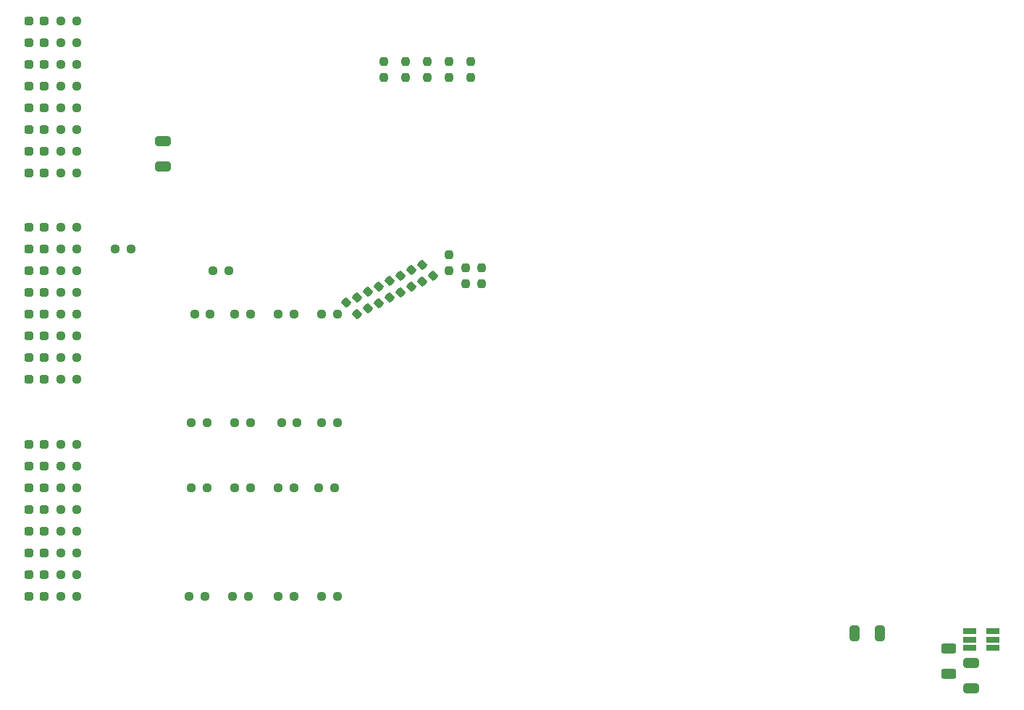
<source format=gbr>
%TF.GenerationSoftware,KiCad,Pcbnew,7.0.5*%
%TF.CreationDate,2024-08-12T05:07:02-04:00*%
%TF.ProjectId,smaller_card,736d616c-6c65-4725-9f63-6172642e6b69,rev?*%
%TF.SameCoordinates,Original*%
%TF.FileFunction,Paste,Top*%
%TF.FilePolarity,Positive*%
%FSLAX46Y46*%
G04 Gerber Fmt 4.6, Leading zero omitted, Abs format (unit mm)*
G04 Created by KiCad (PCBNEW 7.0.5) date 2024-08-12 05:07:02*
%MOMM*%
%LPD*%
G01*
G04 APERTURE LIST*
G04 Aperture macros list*
%AMRoundRect*
0 Rectangle with rounded corners*
0 $1 Rounding radius*
0 $2 $3 $4 $5 $6 $7 $8 $9 X,Y pos of 4 corners*
0 Add a 4 corners polygon primitive as box body*
4,1,4,$2,$3,$4,$5,$6,$7,$8,$9,$2,$3,0*
0 Add four circle primitives for the rounded corners*
1,1,$1+$1,$2,$3*
1,1,$1+$1,$4,$5*
1,1,$1+$1,$6,$7*
1,1,$1+$1,$8,$9*
0 Add four rect primitives between the rounded corners*
20,1,$1+$1,$2,$3,$4,$5,0*
20,1,$1+$1,$4,$5,$6,$7,0*
20,1,$1+$1,$6,$7,$8,$9,0*
20,1,$1+$1,$8,$9,$2,$3,0*%
G04 Aperture macros list end*
%ADD10RoundRect,0.250000X-0.650000X0.325000X-0.650000X-0.325000X0.650000X-0.325000X0.650000X0.325000X0*%
%ADD11RoundRect,0.237500X0.237500X-0.250000X0.237500X0.250000X-0.237500X0.250000X-0.237500X-0.250000X0*%
%ADD12RoundRect,0.237500X-0.237500X0.250000X-0.237500X-0.250000X0.237500X-0.250000X0.237500X0.250000X0*%
%ADD13RoundRect,0.237500X0.250000X0.237500X-0.250000X0.237500X-0.250000X-0.237500X0.250000X-0.237500X0*%
%ADD14RoundRect,0.237500X-0.250000X-0.237500X0.250000X-0.237500X0.250000X0.237500X-0.250000X0.237500X0*%
%ADD15RoundRect,0.237500X-0.344715X0.008839X0.008839X-0.344715X0.344715X-0.008839X-0.008839X0.344715X0*%
%ADD16RoundRect,0.237500X-0.287500X-0.237500X0.287500X-0.237500X0.287500X0.237500X-0.287500X0.237500X0*%
%ADD17R,1.560000X0.650000*%
%ADD18RoundRect,0.250000X0.625000X-0.312500X0.625000X0.312500X-0.625000X0.312500X-0.625000X-0.312500X0*%
%ADD19RoundRect,0.250000X0.325000X0.650000X-0.325000X0.650000X-0.325000X-0.650000X0.325000X-0.650000X0*%
G04 APERTURE END LIST*
D10*
%TO.C,C2*%
X88478740Y-75028701D03*
X88478740Y-77978701D03*
%TD*%
D11*
%TO.C,r81*%
X125730000Y-91717500D03*
X125730000Y-89892500D03*
%TD*%
%TO.C,r80*%
X123825000Y-91717500D03*
X123825000Y-89892500D03*
%TD*%
%TO.C,r79*%
X121920000Y-88345000D03*
X121920000Y-90170000D03*
%TD*%
D12*
%TO.C,r78*%
X114300000Y-67587500D03*
X114300000Y-65762500D03*
%TD*%
%TO.C,r77*%
X116840000Y-65762500D03*
X116840000Y-67587500D03*
%TD*%
%TO.C,r76*%
X119380000Y-65762500D03*
X119380000Y-67587500D03*
%TD*%
%TO.C,r75*%
X121920000Y-65762500D03*
X121920000Y-67587500D03*
%TD*%
%TO.C,r74*%
X124460000Y-65762500D03*
X124460000Y-67587500D03*
%TD*%
D13*
%TO.C,r70*%
X84732500Y-87630000D03*
X82907500Y-87630000D03*
%TD*%
D14*
%TO.C,r68*%
X94337500Y-90170000D03*
X96162500Y-90170000D03*
%TD*%
D15*
%TO.C,r63*%
X109844765Y-93969765D03*
X111135235Y-95260235D03*
%TD*%
%TO.C,r62*%
X111114765Y-93334765D03*
X112405235Y-94625235D03*
%TD*%
%TO.C,r61*%
X113675235Y-93990235D03*
X112384765Y-92699765D03*
%TD*%
%TO.C,r60*%
X113654765Y-92064765D03*
X114945235Y-93355235D03*
%TD*%
%TO.C,r59*%
X114924765Y-91429765D03*
X116215235Y-92720235D03*
%TD*%
%TO.C,r58*%
X116194765Y-90794765D03*
X117485235Y-92085235D03*
%TD*%
%TO.C,r57*%
X117464765Y-90159765D03*
X118755235Y-91450235D03*
%TD*%
%TO.C,r56*%
X118734765Y-89524765D03*
X120025235Y-90815235D03*
%TD*%
D14*
%TO.C,r47*%
X76557500Y-66040000D03*
X78382500Y-66040000D03*
%TD*%
%TO.C,r48*%
X76557500Y-68580000D03*
X78382500Y-68580000D03*
%TD*%
D16*
%TO.C,D37*%
X74535000Y-78740000D03*
X72785000Y-78740000D03*
%TD*%
%TO.C,D10*%
X72785000Y-118110000D03*
X74535000Y-118110000D03*
%TD*%
D14*
%TO.C,r6*%
X91543500Y-128270000D03*
X93368500Y-128270000D03*
%TD*%
%TO.C,r21*%
X93980000Y-95250000D03*
X92155000Y-95250000D03*
%TD*%
D16*
%TO.C,D6*%
X74535000Y-128270000D03*
X72785000Y-128270000D03*
%TD*%
D13*
%TO.C,r20*%
X98702500Y-95250000D03*
X96877500Y-95250000D03*
%TD*%
D16*
%TO.C,D18*%
X74535000Y-92710000D03*
X72785000Y-92710000D03*
%TD*%
%TO.C,D36*%
X72785000Y-76200000D03*
X74535000Y-76200000D03*
%TD*%
%TO.C,D7*%
X74535000Y-125730000D03*
X72785000Y-125730000D03*
%TD*%
D14*
%TO.C,r51*%
X76557500Y-76200000D03*
X78382500Y-76200000D03*
%TD*%
D13*
%TO.C,r18*%
X107037500Y-95250000D03*
X108862500Y-95250000D03*
%TD*%
D16*
%TO.C,D17*%
X74535000Y-95250000D03*
X72785000Y-95250000D03*
%TD*%
%TO.C,D30*%
X72785000Y-60960000D03*
X74535000Y-60960000D03*
%TD*%
D14*
%TO.C,r25*%
X76557500Y-118110000D03*
X78382500Y-118110000D03*
%TD*%
D16*
%TO.C,D14*%
X74535000Y-102870000D03*
X72785000Y-102870000D03*
%TD*%
D17*
%TO.C,U3*%
X182800000Y-132400000D03*
X182800000Y-133350000D03*
X182800000Y-134300000D03*
X185500000Y-134300000D03*
X185500000Y-133350000D03*
X185500000Y-132400000D03*
%TD*%
D14*
%TO.C,r8*%
X101957500Y-128270000D03*
X103782500Y-128270000D03*
%TD*%
D16*
%TO.C,D34*%
X72785000Y-71120000D03*
X74535000Y-71120000D03*
%TD*%
D14*
%TO.C,r27*%
X78382500Y-113030000D03*
X76557500Y-113030000D03*
%TD*%
D16*
%TO.C,D13*%
X74535000Y-110490000D03*
X72785000Y-110490000D03*
%TD*%
D14*
%TO.C,r46*%
X76557500Y-63500000D03*
X78382500Y-63500000D03*
%TD*%
D16*
%TO.C,D9*%
X74535000Y-120650000D03*
X72785000Y-120650000D03*
%TD*%
D14*
%TO.C,r11*%
X101957500Y-115570000D03*
X103782500Y-115570000D03*
%TD*%
%TO.C,r19*%
X103782500Y-95250000D03*
X101957500Y-95250000D03*
%TD*%
D13*
%TO.C,r12*%
X98702500Y-115570000D03*
X96877500Y-115570000D03*
%TD*%
D14*
%TO.C,r29*%
X78382500Y-102870000D03*
X76557500Y-102870000D03*
%TD*%
%TO.C,r52*%
X76557500Y-78740000D03*
X78382500Y-78740000D03*
%TD*%
D16*
%TO.C,D35*%
X72785000Y-73660000D03*
X74535000Y-73660000D03*
%TD*%
%TO.C,D31*%
X72785000Y-63500000D03*
X74535000Y-63500000D03*
%TD*%
D18*
%TO.C,5V_rsns1*%
X180340000Y-137352500D03*
X180340000Y-134427500D03*
%TD*%
D16*
%TO.C,D8*%
X74535000Y-123190000D03*
X72785000Y-123190000D03*
%TD*%
D14*
%TO.C,r36*%
X78382500Y-85090000D03*
X76557500Y-85090000D03*
%TD*%
D16*
%TO.C,D15*%
X74535000Y-100330000D03*
X72785000Y-100330000D03*
%TD*%
D13*
%TO.C,r15*%
X96877500Y-107950000D03*
X98702500Y-107950000D03*
%TD*%
%TO.C,r9*%
X108862500Y-128270000D03*
X107037500Y-128270000D03*
%TD*%
D16*
%TO.C,D19*%
X74535000Y-90170000D03*
X72785000Y-90170000D03*
%TD*%
%TO.C,D16*%
X74535000Y-97790000D03*
X72785000Y-97790000D03*
%TD*%
%TO.C,D33*%
X72785000Y-68580000D03*
X74535000Y-68580000D03*
%TD*%
D10*
%TO.C,C1*%
X182944122Y-136095572D03*
X182944122Y-139045572D03*
%TD*%
D13*
%TO.C,r17*%
X107037500Y-107950000D03*
X108862500Y-107950000D03*
%TD*%
D16*
%TO.C,D21*%
X74535000Y-85090000D03*
X72785000Y-85090000D03*
%TD*%
%TO.C,D11*%
X72785000Y-115570000D03*
X74535000Y-115570000D03*
%TD*%
D14*
%TO.C,r45*%
X76557500Y-60960000D03*
X78382500Y-60960000D03*
%TD*%
D16*
%TO.C,D32*%
X72785000Y-66040000D03*
X74535000Y-66040000D03*
%TD*%
D19*
%TO.C,C2*%
X172290000Y-132588000D03*
X169340000Y-132588000D03*
%TD*%
D14*
%TO.C,r26*%
X76557500Y-115570000D03*
X78382500Y-115570000D03*
%TD*%
D13*
%TO.C,r10*%
X108505000Y-115570000D03*
X106680000Y-115570000D03*
%TD*%
D14*
%TO.C,r49*%
X76557500Y-71120000D03*
X78382500Y-71120000D03*
%TD*%
%TO.C,r24*%
X78382500Y-120650000D03*
X76557500Y-120650000D03*
%TD*%
%TO.C,r31*%
X78382500Y-97790000D03*
X76557500Y-97790000D03*
%TD*%
D13*
%TO.C,r7*%
X98448500Y-128270000D03*
X96623500Y-128270000D03*
%TD*%
D14*
%TO.C,r23*%
X78382500Y-123190000D03*
X76557500Y-123190000D03*
%TD*%
%TO.C,r30*%
X78382500Y-100330000D03*
X76557500Y-100330000D03*
%TD*%
D16*
%TO.C,D20*%
X72785000Y-87630000D03*
X74535000Y-87630000D03*
%TD*%
%TO.C,D12*%
X74535000Y-113030000D03*
X72785000Y-113030000D03*
%TD*%
D14*
%TO.C,r35*%
X78382500Y-87630000D03*
X76557500Y-87630000D03*
%TD*%
%TO.C,r33*%
X78382500Y-92710000D03*
X76557500Y-92710000D03*
%TD*%
%TO.C,r14*%
X93622500Y-107950000D03*
X91797500Y-107950000D03*
%TD*%
%TO.C,r22*%
X78382500Y-125730000D03*
X76557500Y-125730000D03*
%TD*%
%TO.C,r34*%
X78382500Y-90170000D03*
X76557500Y-90170000D03*
%TD*%
%TO.C,r5*%
X78382500Y-128270000D03*
X76557500Y-128270000D03*
%TD*%
%TO.C,r50*%
X76557500Y-73660000D03*
X78382500Y-73660000D03*
%TD*%
%TO.C,r28*%
X78382500Y-110490000D03*
X76557500Y-110490000D03*
%TD*%
%TO.C,r32*%
X78382500Y-95250000D03*
X76557500Y-95250000D03*
%TD*%
%TO.C,r13*%
X91797500Y-115570000D03*
X93622500Y-115570000D03*
%TD*%
%TO.C,r16*%
X104140000Y-107950000D03*
X102315000Y-107950000D03*
%TD*%
M02*

</source>
